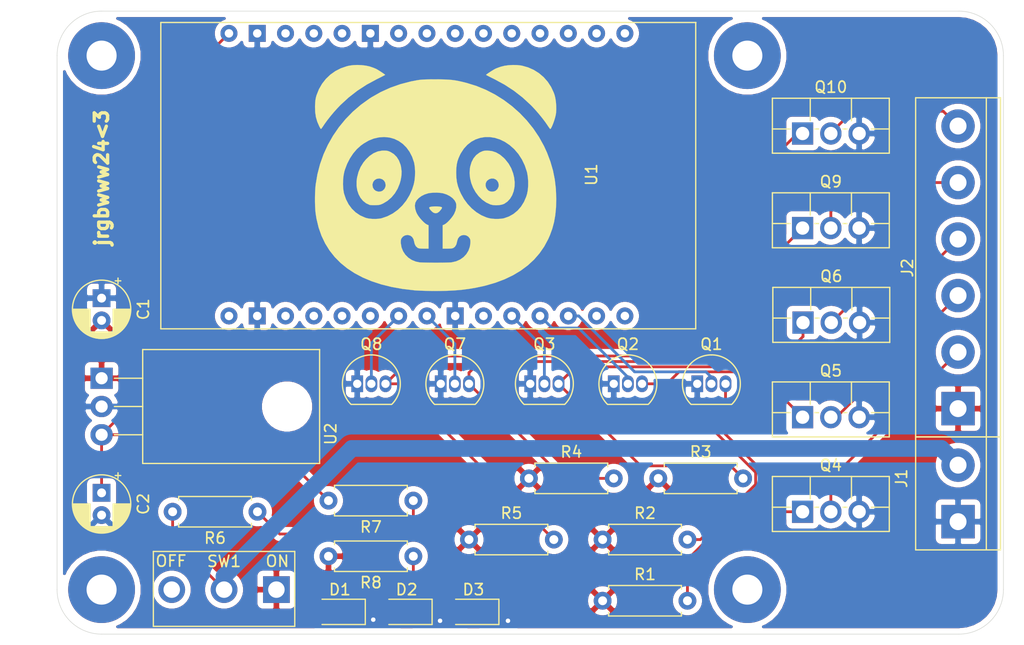
<source format=kicad_pcb>
(kicad_pcb (version 20171130) (host pcbnew 5.1.10-88a1d61d58~90~ubuntu20.04.1)
  (layers (0 F.Cu signal) (31 B.Cu signal) (34 B.Paste user) (35 F.Paste user) (36 B.SilkS user) (37 F.SilkS user) (38 B.Mask user) (39 F.Mask user) (44 Edge.Cuts user))
  (net 0 "")
  (net 1 +24V)
  (net 2 Earth)
  (net 3 +5V)
  (net 4 "Net-(D1-Pad2)")
  (net 5 "Net-(D2-Pad2)")
  (net 6 "Net-(D3-Pad2)")
  (net 7 /WW_GND)
  (net 8 /CW_GND)
  (net 9 /B_GND)
  (net 10 /G_GND)
  (net 11 /R_GND)
  (net 12 "Net-(Q1-Pad3)")
  (net 13 /R_SIGNAL)
  (net 14 "Net-(Q2-Pad3)")
  (net 15 /G_SIGNAL)
  (net 16 "Net-(Q3-Pad3)")
  (net 17 /B_SIGNAL)
  (net 18 "Net-(Q7-Pad3)")
  (net 19 /CW_SIGNAL)
  (net 20 "Net-(Q10-Pad1)")
  (net 21 /WW_SIGNAL)
  (net 22 "Net-(SW1-Pad3)")
  (net 23 "Net-(U1-Pad30)")
  (net 24 "Net-(U1-Pad27)")
  (net 25 "Net-(U1-Pad26)")
  (net 26 "Net-(U1-Pad25)")
  (net 27 "Net-(U1-Pad21)")
  (net 28 "Net-(U1-Pad17)")
  (net 29 "Net-(U1-Pad16)")
  (net 30 "Net-(U1-Pad13)")
  (net 31 "Net-(U1-Pad12)")
  (net 32 "Net-(U1-Pad11)")
  (net 33 "Net-(U1-Pad9)")
  (net 34 "Net-(U1-Pad8)")
  (net 35 "Net-(U1-Pad7)")
  (net 36 "Net-(U1-Pad6)")
  (net 37 "Net-(U1-Pad5)")
  (net 38 "Net-(U1-Pad4)")
  (net 39 "Net-(U1-Pad3)")
  (net 40 "Net-(U1-Pad2)")
  (net 41 "Net-(U1-Pad1)")
  (net 42 VDD)
  (module Package_TO_SOT_THT:TO-220F-3_Vertical (layer F.Cu) (at 156.96 105)
    (fp_text reference Q4 (at 2.54 -4.1675) (layer F.SilkS))
    (fp_text value IPA040N06N)
    (pad 3 thru_hole oval (at 5.08 0) (size 1.905 2) (drill 1.2) (layers *.Cu *.Mask) (net 2 Earth))
    (pad 2 thru_hole oval (at 2.54 0) (size 1.905 2) (drill 1.2) (layers *.Cu *.Mask) (net 11 /R_GND))
    (pad 1 thru_hole rect (at 0 0) (size 1.905 2) (drill 1.2) (layers *.Cu *.Mask) (net 12 "Net-(Q1-Pad3)"))
  )
  (module Package_TO_SOT_THT:TO-220F-3_Vertical (layer F.Cu) (at 156.96 71)
    (fp_text reference Q10 (at 2.54 -4.1675) (layer F.SilkS))
    (fp_text value IPA040N06N)
    (pad 3 thru_hole oval (at 5.08 0) (size 1.905 2) (drill 1.2) (layers *.Cu *.Mask) (net 2 Earth))
    (pad 2 thru_hole oval (at 2.54 0) (size 1.905 2) (drill 1.2) (layers *.Cu *.Mask) (net 7 /WW_GND))
    (pad 1 thru_hole rect (at 0 0) (size 1.905 2) (drill 1.2) (layers *.Cu *.Mask) (net 20 "Net-(Q10-Pad1)"))
  )
  (module Package_TO_SOT_THT:TO-220F-3_Vertical (layer F.Cu) (at 156.96 79.5)
    (fp_text reference Q9 (at 2.54 -4.1675) (layer F.SilkS))
    (fp_text value IPA040N06N)
    (pad 3 thru_hole oval (at 5.08 0) (size 1.905 2) (drill 1.2) (layers *.Cu *.Mask) (net 2 Earth))
    (pad 2 thru_hole oval (at 2.54 0) (size 1.905 2) (drill 1.2) (layers *.Cu *.Mask) (net 8 /CW_GND))
    (pad 1 thru_hole rect (at 0 0) (size 1.905 2) (drill 1.2) (layers *.Cu *.Mask) (net 18 "Net-(Q7-Pad3)"))
  )
  (module Package_TO_SOT_THT:TO-220F-3_Vertical (layer F.Cu) (at 157 88)
    (fp_text reference Q6 (at 2.54 -4.1675) (layer F.SilkS))
    (fp_text value IPA040N06N)
    (pad 3 thru_hole oval (at 5.08 0) (size 1.905 2) (drill 1.2) (layers *.Cu *.Mask) (net 2 Earth))
    (pad 2 thru_hole oval (at 2.54 0) (size 1.905 2) (drill 1.2) (layers *.Cu *.Mask) (net 9 /B_GND))
    (pad 1 thru_hole rect (at 0 0) (size 1.905 2) (drill 1.2) (layers *.Cu *.Mask) (net 16 "Net-(Q3-Pad3)"))
  )
  (module Package_TO_SOT_THT:TO-220F-3_Vertical (layer F.Cu) (at 156.96 96.5)
    (fp_text reference Q5 (at 2.54 -4.1675) (layer F.SilkS))
    (fp_text value IPA040N06N)
    (pad 3 thru_hole oval (at 5.08 0) (size 1.905 2) (drill 1.2) (layers *.Cu *.Mask) (net 2 Earth))
    (pad 2 thru_hole oval (at 2.54 0) (size 1.905 2) (drill 1.2) (layers *.Cu *.Mask) (net 10 /G_GND))
    (pad 1 thru_hole rect (at 0 0) (size 1.905 2) (drill 1.2) (layers *.Cu *.Mask) (net 14 "Net-(Q2-Pad3)"))
  )
  (module MountingHole:MountingHole_3mm_Pad (layer F.Cu) (at 152 64)
    (fp_text reference REF** hide)
    (fp_text value MountingHole_3mm_Pad)
    (pad 1 thru_hole circle (at 0 0) (size 6 6) (drill 2.7) (layers *.Cu *.Mask))
  )
  (module MountingHole:MountingHole_3mm_Pad (layer F.Cu) (at 152 112)
    (fp_text reference REF** hide)
    (fp_text value MountingHole_3mm_Pad)
    (pad 1 thru_hole circle (at 0 0) (size 6 6) (drill 2.7) (layers *.Cu *.Mask))
  )
  (module MountingHole:MountingHole_3mm_Pad (layer F.Cu) (at 94 112)
    (fp_text reference REF** hide)
    (fp_text value MountingHole_3mm_Pad)
    (pad 1 thru_hole circle (at 0 0) (size 6 6) (drill 2.7) (layers *.Cu *.Mask))
  )
  (module MountingHole:MountingHole_3mm_Pad (layer F.Cu) (at 94 64)
    (fp_text reference REF** hide)
    (fp_text value MountingHole_3mm_Pad)
    (pad 1 thru_hole circle (at 0 0) (size 6 6) (drill 2.7) (layers *.Cu *.Mask))
  )
  (module "jrgbwww24:1P2T SPDT" (layer F.Cu) (at 105 112 180)
    (fp_text reference SW1 (at 0 2.54) (layer F.SilkS))
    (fp_text value SW_SPDT)
    (fp_text user OFF (at 4.7625 2.5654) (layer F.SilkS))
    (fp_text user ON (at -4.7879 2.5527) (layer F.SilkS))
    (pad 3 thru_hole circle (at 4.7 0 180) (size 2.4 2.4) (drill 1.48) (layers *.Cu *.Mask) (net 22 "Net-(SW1-Pad3)"))
    (pad 2 thru_hole circle (at 0 0 180) (size 2.4 2.4) (drill 1.48) (layers *.Cu *.Mask) (net 42 VDD))
    (pad 1 thru_hole rect (at -4.7 0 180) (size 2.4 2.4) (drill 1.48) (layers *.Cu *.Mask) (net 1 +24V))
  )
  (module "jrgbwww24:KeeYees ESP8266 ESP-12E" (layer F.Cu) (at 141 62 270)
    (fp_text reference U1 (at 12.7 3 90) (layer F.SilkS))
    (fp_text value esp8266)
    (pad 30 thru_hole circle (at 25.4 35.56 270) (size 1.524 1.524) (drill 0.762) (layers *.Cu *.Mask) (net 23 "Net-(U1-Pad30)"))
    (pad 29 thru_hole rect (at 25.4 33.02 270) (size 1.524 1.524) (drill 0.762) (layers *.Cu *.Mask) (net 2 Earth))
    (pad 28 thru_hole circle (at 25.4 30.48 270) (size 1.524 1.524) (drill 0.762) (layers *.Cu *.Mask))
    (pad 27 thru_hole circle (at 25.4 27.94 270) (size 1.524 1.524) (drill 0.762) (layers *.Cu *.Mask) (net 24 "Net-(U1-Pad27)"))
    (pad 26 thru_hole circle (at 25.4 25.4 270) (size 1.524 1.524) (drill 0.762) (layers *.Cu *.Mask) (net 25 "Net-(U1-Pad26)"))
    (pad 25 thru_hole circle (at 25.4 22.86 270) (size 1.524 1.524) (drill 0.762) (layers *.Cu *.Mask) (net 26 "Net-(U1-Pad25)"))
    (pad 24 thru_hole circle (at 25.4 20.32 270) (size 1.524 1.524) (drill 0.762) (layers *.Cu *.Mask) (net 21 /WW_SIGNAL))
    (pad 23 thru_hole circle (at 25.4 17.78 270) (size 1.524 1.524) (drill 0.762) (layers *.Cu *.Mask) (net 19 /CW_SIGNAL))
    (pad 22 thru_hole rect (at 25.4 15.24 270) (size 1.524 1.524) (drill 0.762) (layers *.Cu *.Mask) (net 2 Earth))
    (pad 21 thru_hole circle (at 25.4 12.7 270) (size 1.524 1.524) (drill 0.762) (layers *.Cu *.Mask) (net 27 "Net-(U1-Pad21)"))
    (pad 20 thru_hole circle (at 25.4 10.16 270) (size 1.524 1.524) (drill 0.762) (layers *.Cu *.Mask) (net 17 /B_SIGNAL))
    (pad 19 thru_hole circle (at 25.4 7.62 270) (size 1.524 1.524) (drill 0.762) (layers *.Cu *.Mask) (net 15 /G_SIGNAL))
    (pad 18 thru_hole circle (at 25.4 5.08 270) (size 1.524 1.524) (drill 0.762) (layers *.Cu *.Mask) (net 13 /R_SIGNAL))
    (pad 17 thru_hole circle (at 25.4 2.54 270) (size 1.524 1.524) (drill 0.762) (layers *.Cu *.Mask) (net 28 "Net-(U1-Pad17)"))
    (pad 16 thru_hole circle (at 25.4 0 270) (size 1.524 1.524) (drill 0.762) (layers *.Cu *.Mask) (net 29 "Net-(U1-Pad16)"))
    (pad 15 thru_hole circle (at 0 35.56 270) (size 1.524 1.524) (drill 0.762) (layers *.Cu *.Mask) (net 3 +5V))
    (pad 14 thru_hole rect (at 0 33.02 270) (size 1.524 1.524) (drill 0.762) (layers *.Cu *.Mask) (net 2 Earth))
    (pad 13 thru_hole circle (at 0 30.48 270) (size 1.524 1.524) (drill 0.762) (layers *.Cu *.Mask) (net 30 "Net-(U1-Pad13)"))
    (pad 12 thru_hole circle (at 0 27.94 270) (size 1.524 1.524) (drill 0.762) (layers *.Cu *.Mask) (net 31 "Net-(U1-Pad12)"))
    (pad 11 thru_hole circle (at 0 25.4 270) (size 1.524 1.524) (drill 0.762) (layers *.Cu *.Mask) (net 32 "Net-(U1-Pad11)"))
    (pad 10 thru_hole rect (at 0 22.86 270) (size 1.524 1.524) (drill 0.762) (layers *.Cu *.Mask) (net 2 Earth))
    (pad 9 thru_hole circle (at 0 20.32 270) (size 1.524 1.524) (drill 0.762) (layers *.Cu *.Mask) (net 33 "Net-(U1-Pad9)"))
    (pad 8 thru_hole circle (at 0 17.78 270) (size 1.524 1.524) (drill 0.762) (layers *.Cu *.Mask) (net 34 "Net-(U1-Pad8)"))
    (pad 7 thru_hole circle (at 0 15.24 270) (size 1.524 1.524) (drill 0.762) (layers *.Cu *.Mask) (net 35 "Net-(U1-Pad7)"))
    (pad 6 thru_hole circle (at 0 12.7 270) (size 1.524 1.524) (drill 0.762) (layers *.Cu *.Mask) (net 36 "Net-(U1-Pad6)"))
    (pad 5 thru_hole circle (at 0 10.16 270) (size 1.524 1.524) (drill 0.762) (layers *.Cu *.Mask) (net 37 "Net-(U1-Pad5)"))
    (pad 4 thru_hole circle (at 0 7.62 270) (size 1.524 1.524) (drill 0.762) (layers *.Cu *.Mask) (net 38 "Net-(U1-Pad4)"))
    (pad 3 thru_hole circle (at 0 5.08 270) (size 1.524 1.524) (drill 0.762) (layers *.Cu *.Mask) (net 39 "Net-(U1-Pad3)"))
    (pad 2 thru_hole circle (at 0 2.54 270) (size 1.524 1.524) (drill 0.762) (layers *.Cu *.Mask) (net 40 "Net-(U1-Pad2)"))
    (pad 1 thru_hole circle (at 0 0 270) (size 1.524 1.524) (drill 0.762) (layers *.Cu *.Mask) (net 41 "Net-(U1-Pad1)"))
  )
  (module jrgbwww24:panda (layer F.Cu) (at 124 75)
    (fp_text reference G*** hide)
    (fp_text value LOGO hide)
  )
  (module Package_TO_SOT_THT:TO-220-3_Horizontal_TabDown (layer F.Cu) (at 94 93 270)
    (fp_text reference U2 (at 5 -20.58 90) (layer F.SilkS))
    (fp_text value L7805)
    (pad 3 thru_hole oval (at 5.08 0 270) (size 1.905 2) (drill 1.1) (layers *.Cu *.Mask) (net 3 +5V))
    (pad 2 thru_hole oval (at 2.54 0 270) (size 1.905 2) (drill 1.1) (layers *.Cu *.Mask) (net 2 Earth))
    (pad 1 thru_hole rect (at 0 0 270) (size 1.905 2) (drill 1.1) (layers *.Cu *.Mask) (net 1 +24V))
    (pad "" np_thru_hole oval (at 2.54 -16.66 270) (size 3.5 3.5) (drill 3.5) (layers *.Cu *.Mask))
  )
  (module Resistor_THT:R_Axial_DIN0207_L6.3mm_D2.5mm_P7.62mm_Horizontal (layer F.Cu) (at 122 109 180)
    (fp_text reference R8 (at 3.81 -2.37) (layer F.SilkS))
    (fp_text value 1.05K)
    (pad 2 thru_hole oval (at 7.62 0 180) (size 1.6 1.6) (drill 0.8) (layers *.Cu *.Mask) (net 1 +24V))
    (pad 1 thru_hole circle (at 0 0 180) (size 1.6 1.6) (drill 0.8) (layers *.Cu *.Mask) (net 6 "Net-(D3-Pad2)"))
  )
  (module Resistor_THT:R_Axial_DIN0207_L6.3mm_D2.5mm_P7.62mm_Horizontal (layer F.Cu) (at 122 104 180)
    (fp_text reference R7 (at 3.81 -2.37) (layer F.SilkS))
    (fp_text value 125)
    (pad 2 thru_hole oval (at 7.62 0 180) (size 1.6 1.6) (drill 0.8) (layers *.Cu *.Mask) (net 3 +5V))
    (pad 1 thru_hole circle (at 0 0 180) (size 1.6 1.6) (drill 0.8) (layers *.Cu *.Mask) (net 5 "Net-(D2-Pad2)"))
  )
  (module Resistor_THT:R_Axial_DIN0207_L6.3mm_D2.5mm_P7.62mm_Horizontal (layer F.Cu) (at 108 105 180)
    (fp_text reference R6 (at 3.81 -2.37) (layer F.SilkS))
    (fp_text value 1.1K)
    (pad 2 thru_hole oval (at 7.62 0 180) (size 1.6 1.6) (drill 0.8) (layers *.Cu *.Mask) (net 42 VDD))
    (pad 1 thru_hole circle (at 0 0 180) (size 1.6 1.6) (drill 0.8) (layers *.Cu *.Mask) (net 4 "Net-(D1-Pad2)"))
  )
  (module Resistor_THT:R_Axial_DIN0207_L6.3mm_D2.5mm_P7.62mm_Horizontal (layer F.Cu) (at 127 107.5)
    (fp_text reference R5 (at 3.81 -2.37) (layer F.SilkS))
    (fp_text value 10K)
    (pad 2 thru_hole oval (at 7.62 0) (size 1.6 1.6) (drill 0.8) (layers *.Cu *.Mask) (net 20 "Net-(Q10-Pad1)"))
    (pad 1 thru_hole circle (at 0 0) (size 1.6 1.6) (drill 0.8) (layers *.Cu *.Mask) (net 1 +24V))
  )
  (module Resistor_THT:R_Axial_DIN0207_L6.3mm_D2.5mm_P7.62mm_Horizontal (layer F.Cu) (at 132.38 102)
    (fp_text reference R4 (at 3.81 -2.37) (layer F.SilkS))
    (fp_text value 10K)
    (pad 2 thru_hole oval (at 7.62 0) (size 1.6 1.6) (drill 0.8) (layers *.Cu *.Mask) (net 18 "Net-(Q7-Pad3)"))
    (pad 1 thru_hole circle (at 0 0) (size 1.6 1.6) (drill 0.8) (layers *.Cu *.Mask) (net 1 +24V))
  )
  (module Resistor_THT:R_Axial_DIN0207_L6.3mm_D2.5mm_P7.62mm_Horizontal (layer F.Cu) (at 144 102)
    (fp_text reference R3 (at 3.81 -2.37) (layer F.SilkS))
    (fp_text value 10K)
    (pad 2 thru_hole oval (at 7.62 0) (size 1.6 1.6) (drill 0.8) (layers *.Cu *.Mask) (net 16 "Net-(Q3-Pad3)"))
    (pad 1 thru_hole circle (at 0 0) (size 1.6 1.6) (drill 0.8) (layers *.Cu *.Mask) (net 1 +24V))
  )
  (module Resistor_THT:R_Axial_DIN0207_L6.3mm_D2.5mm_P7.62mm_Horizontal (layer F.Cu) (at 139 107.5)
    (fp_text reference R2 (at 3.81 -2.37) (layer F.SilkS))
    (fp_text value 10K)
    (pad 2 thru_hole oval (at 7.62 0) (size 1.6 1.6) (drill 0.8) (layers *.Cu *.Mask) (net 14 "Net-(Q2-Pad3)"))
    (pad 1 thru_hole circle (at 0 0) (size 1.6 1.6) (drill 0.8) (layers *.Cu *.Mask) (net 1 +24V))
  )
  (module Resistor_THT:R_Axial_DIN0207_L6.3mm_D2.5mm_P7.62mm_Horizontal (layer F.Cu) (at 139 113)
    (fp_text reference R1 (at 3.81 -2.37) (layer F.SilkS))
    (fp_text value 10K)
    (pad 2 thru_hole oval (at 7.62 0) (size 1.6 1.6) (drill 0.8) (layers *.Cu *.Mask) (net 12 "Net-(Q1-Pad3)"))
    (pad 1 thru_hole circle (at 0 0) (size 1.6 1.6) (drill 0.8) (layers *.Cu *.Mask) (net 1 +24V))
  )
  (module Package_TO_SOT_THT:TO-92_Inline (layer F.Cu) (at 116.96 93.5)
    (fp_text reference Q8 (at 1.27 -3.56) (layer F.SilkS))
    (fp_text value 2N3904)
    (pad 1 thru_hole rect (at 0 0) (size 1.05 1.5) (drill 0.75) (layers *.Cu *.Mask) (net 2 Earth))
    (pad 3 thru_hole oval (at 2.54 0) (size 1.05 1.5) (drill 0.75) (layers *.Cu *.Mask) (net 20 "Net-(Q10-Pad1)"))
    (pad 2 thru_hole oval (at 1.27 0) (size 1.05 1.5) (drill 0.75) (layers *.Cu *.Mask) (net 21 /WW_SIGNAL))
  )
  (module Package_TO_SOT_THT:TO-92_Inline (layer F.Cu) (at 124.46 93.5)
    (fp_text reference Q7 (at 1.27 -3.56) (layer F.SilkS))
    (fp_text value 2N3904)
    (pad 1 thru_hole rect (at 0 0) (size 1.05 1.5) (drill 0.75) (layers *.Cu *.Mask) (net 2 Earth))
    (pad 3 thru_hole oval (at 2.54 0) (size 1.05 1.5) (drill 0.75) (layers *.Cu *.Mask) (net 18 "Net-(Q7-Pad3)"))
    (pad 2 thru_hole oval (at 1.27 0) (size 1.05 1.5) (drill 0.75) (layers *.Cu *.Mask) (net 19 /CW_SIGNAL))
  )
  (module Package_TO_SOT_THT:TO-92_Inline (layer F.Cu) (at 132.5 93.5)
    (fp_text reference Q3 (at 1.27 -3.56) (layer F.SilkS))
    (fp_text value 2N3904)
    (pad 1 thru_hole rect (at 0 0) (size 1.05 1.5) (drill 0.75) (layers *.Cu *.Mask) (net 2 Earth))
    (pad 3 thru_hole oval (at 2.54 0) (size 1.05 1.5) (drill 0.75) (layers *.Cu *.Mask) (net 16 "Net-(Q3-Pad3)"))
    (pad 2 thru_hole oval (at 1.27 0) (size 1.05 1.5) (drill 0.75) (layers *.Cu *.Mask) (net 17 /B_SIGNAL))
  )
  (module Package_TO_SOT_THT:TO-92_Inline (layer F.Cu) (at 140 93.5)
    (fp_text reference Q2 (at 1.27 -3.56) (layer F.SilkS))
    (fp_text value 2N3904)
    (pad 1 thru_hole rect (at 0 0) (size 1.05 1.5) (drill 0.75) (layers *.Cu *.Mask) (net 2 Earth))
    (pad 3 thru_hole oval (at 2.54 0) (size 1.05 1.5) (drill 0.75) (layers *.Cu *.Mask) (net 14 "Net-(Q2-Pad3)"))
    (pad 2 thru_hole oval (at 1.27 0) (size 1.05 1.5) (drill 0.75) (layers *.Cu *.Mask) (net 15 /G_SIGNAL))
  )
  (module Package_TO_SOT_THT:TO-92_Inline (layer F.Cu) (at 147.5 93.5)
    (fp_text reference Q1 (at 1.27 -3.56) (layer F.SilkS))
    (fp_text value 2N3904)
    (pad 1 thru_hole rect (at 0 0) (size 1.05 1.5) (drill 0.75) (layers *.Cu *.Mask) (net 2 Earth))
    (pad 3 thru_hole oval (at 2.54 0) (size 1.05 1.5) (drill 0.75) (layers *.Cu *.Mask) (net 12 "Net-(Q1-Pad3)"))
    (pad 2 thru_hole oval (at 1.27 0) (size 1.05 1.5) (drill 0.75) (layers *.Cu *.Mask) (net 13 /R_SIGNAL))
  )
  (module TerminalBlock:TerminalBlock_bornier-6_P5.08mm (layer F.Cu) (at 170.9253 95.7306 90)
    (fp_text reference J2 (at 12.65 -4.55 90) (layer F.SilkS))
    (fp_text value Screw_Terminal_01x06)
    (pad 6 thru_hole circle (at 25.4 0 90) (size 3 3) (drill 1.52) (layers *.Cu *.Mask) (net 7 /WW_GND))
    (pad 5 thru_hole circle (at 20.32 0 90) (size 3 3) (drill 1.52) (layers *.Cu *.Mask) (net 8 /CW_GND))
    (pad 4 thru_hole circle (at 15.24 0 90) (size 3 3) (drill 1.52) (layers *.Cu *.Mask) (net 9 /B_GND))
    (pad 1 thru_hole rect (at 0 0 90) (size 3 3) (drill 1.52) (layers *.Cu *.Mask) (net 1 +24V))
    (pad 3 thru_hole circle (at 10.16 0 90) (size 3 3) (drill 1.52) (layers *.Cu *.Mask) (net 10 /G_GND))
    (pad 2 thru_hole circle (at 5.08 0 90) (size 3 3) (drill 1.52) (layers *.Cu *.Mask) (net 11 /R_GND))
  )
  (module TerminalBlock:TerminalBlock_bornier-2_P5.08mm (layer F.Cu) (at 170.9253 105.8906 90)
    (fp_text reference J1 (at 3.8906 -5.08 90) (layer F.SilkS))
    (fp_text value Srew_terminal)
    (pad 2 thru_hole circle (at 5.08 0 90) (size 3 3) (drill 1.52) (layers *.Cu *.Mask) (net 42 VDD))
    (pad 1 thru_hole rect (at 0 0 90) (size 3 3) (drill 1.52) (layers *.Cu *.Mask) (net 2 Earth))
  )
  (module LED_SMD:LED_1206_3216Metric (layer F.Cu) (at 127.4 114 180)
    (fp_text reference D3 (at 0 2) (layer F.SilkS))
    (fp_text value "BLUE - 24V")
    (pad 2 smd roundrect (at 1.4 0 180) (size 1.25 1.75) (layers F.Cu F.Paste F.Mask) (roundrect_rratio 0.2) (net 6 "Net-(D3-Pad2)"))
    (pad 1 smd roundrect (at -1.4 0 180) (size 1.25 1.75) (layers F.Cu F.Paste F.Mask) (roundrect_rratio 0.2) (net 2 Earth))
  )
  (module LED_SMD:LED_1206_3216Metric (layer F.Cu) (at 121.4 114 180)
    (fp_text reference D2 (at 0 2) (layer F.SilkS))
    (fp_text value "YELLOW - 5V")
    (pad 2 smd roundrect (at 1.4 0 180) (size 1.25 1.75) (layers F.Cu F.Paste F.Mask) (roundrect_rratio 0.2) (net 5 "Net-(D2-Pad2)"))
    (pad 1 smd roundrect (at -1.4 0 180) (size 1.25 1.75) (layers F.Cu F.Paste F.Mask) (roundrect_rratio 0.2) (net 2 Earth))
  )
  (module LED_SMD:LED_1206_3216Metric (layer F.Cu) (at 115.4 114 180)
    (fp_text reference D1 (at 0 2) (layer F.SilkS))
    (fp_text value "RED - ALWAY ON")
    (pad 2 smd roundrect (at 1.4 0 180) (size 1.25 1.75) (layers F.Cu F.Paste F.Mask) (roundrect_rratio 0.2) (net 4 "Net-(D1-Pad2)"))
    (pad 1 smd roundrect (at -1.4 0 180) (size 1.25 1.75) (layers F.Cu F.Paste F.Mask) (roundrect_rratio 0.2) (net 2 Earth))
  )
  (module Capacitor_THT:CP_Radial_D5.0mm_P2.00mm (layer F.Cu) (at 94 103.3 270)
    (fp_text reference C2 (at 1 -3.75 90) (layer F.SilkS))
    (fp_text value 0.1u)
    (pad 2 thru_hole circle (at 2 0 270) (size 1.6 1.6) (drill 0.8) (layers *.Cu *.Mask) (net 2 Earth))
    (pad 1 thru_hole rect (at 0 0 270) (size 1.6 1.6) (drill 0.8) (layers *.Cu *.Mask) (net 3 +5V))
  )
  (module Capacitor_THT:CP_Radial_D5.0mm_P2.00mm (layer F.Cu) (at 94 85.8 270)
    (fp_text reference C1 (at 1 -3.75 90) (layer F.SilkS))
    (fp_text value 0.33u)
    (pad 2 thru_hole circle (at 2 0 270) (size 1.6 1.6) (drill 0.8) (layers *.Cu *.Mask) (net 1 +24V))
    (pad 1 thru_hole rect (at 0 0 270) (size 1.6 1.6) (drill 0.8) (layers *.Cu *.Mask) (net 2 Earth))
  )
  (gr_line (start 94 116) (end 171 116) (layer Edge.Cuts) (width 0.05))
  (gr_line (start 90 64) (end 90 112) (layer Edge.Cuts) (width 0.05))
  (gr_line (start 171 60) (end 94 60) (layer Edge.Cuts) (width 0.05))
  (gr_line (start 175 64) (end 175 112) (layer Edge.Cuts) (width 0.05))
  (gr_arc (start 171 112) (end 171 116) (angle -90) (layer Edge.Cuts) (width 0.05))
  (gr_arc (start 94 112) (end 90 112) (angle -90) (layer Edge.Cuts) (width 0.05))
  (gr_arc (start 94 64) (end 94 60) (angle -90) (layer Edge.Cuts) (width 0.05))
  (gr_arc (start 171 64) (end 175 64) (angle -90) (layer Edge.Cuts) (width 0.05))
  (gr_text jrgbwww24<3 (at 94 75 90) (layer F.SilkS) (effects (font (size 1.2 1.2) (thickness 0.3))))
  (via (at 118.4 114.7) (size 0.8) (drill 0.4) (layers F.Cu B.Cu) (net 2))
  (via (at 124.4 114.8) (size 0.8) (drill 0.4) (layers F.Cu B.Cu) (net 2))
  (segment (start 117.7 114) (end 118.4 114.7) (width 0.25) (layer F.Cu) (net 2))
  (segment (start 116.8 114) (end 117.7 114) (width 0.25) (layer F.Cu) (net 2))
  (segment (start 123.6 114) (end 124.4 114.8) (width 0.25) (layer F.Cu) (net 2))
  (segment (start 122.8 114) (end 123.6 114) (width 0.25) (layer F.Cu) (net 2))
  (segment (start 129.9 114) (end 128.8 114) (width 0.25) (layer F.Cu) (net 2))
  (segment (start 130.5 114.8) (end 129.9 114) (width 0.25) (layer F.Cu) (net 2))
  (via (at 130.5 114.8) (size 0.8) (drill 0.4) (layers F.Cu B.Cu) (net 2))
  (segment (start 94 98.08) (end 94 103.3) (width 0.25) (layer F.Cu) (net 3))
  (segment (start 103.149753 64.290247) (end 105.44 62) (width 0.25) (layer F.Cu) (net 3))
  (segment (start 103.149753 88.930247) (end 103.149753 64.290247) (width 0.25) (layer F.Cu) (net 3))
  (segment (start 94 98.08) (end 103.149753 88.930247) (width 0.25) (layer F.Cu) (net 3))
  (segment (start 108.46 98.08) (end 114.38 104) (width 0.25) (layer F.Cu) (net 3))
  (segment (start 94 98.08) (end 108.46 98.08) (width 0.25) (layer F.Cu) (net 3))
  (segment (start 100.38 105) (end 100.38 107.38) (width 0.25) (layer F.Cu) (net 42))
  (segment (start 100.38 107.38) (end 105 112) (width 0.25) (layer F.Cu) (net 42))
  (segment (start 108 105) (end 110 107) (width 0.25) (layer F.Cu) (net 4))
  (segment (start 110 107) (end 111 107) (width 0.25) (layer F.Cu) (net 4))
  (segment (start 111 107) (end 112 108) (width 0.25) (layer F.Cu) (net 4))
  (segment (start 112 112) (end 114 114) (width 0.25) (layer F.Cu) (net 4))
  (segment (start 112 108) (end 112 112) (width 0.25) (layer F.Cu) (net 4))
  (segment (start 122 104) (end 122 105.9) (width 0.25) (layer F.Cu) (net 5))
  (segment (start 122 105.9) (end 121 106.9) (width 0.25) (layer F.Cu) (net 5))
  (segment (start 121 106.9) (end 114 106.9) (width 0.25) (layer F.Cu) (net 5))
  (segment (start 114 106.9) (end 112.7 108.2) (width 0.25) (layer F.Cu) (net 5))
  (segment (start 112.7 108.2) (end 112.7 111.5) (width 0.25) (layer F.Cu) (net 5))
  (segment (start 112.7 111.5) (end 113.6 112.4) (width 0.25) (layer F.Cu) (net 5))
  (segment (start 118.4 112.4) (end 120 114) (width 0.25) (layer F.Cu) (net 5))
  (segment (start 113.6 112.4) (end 118.4 112.4) (width 0.25) (layer F.Cu) (net 5))
  (segment (start 122 109) (end 122 111) (width 0.25) (layer F.Cu) (net 6))
  (segment (start 122 111) (end 124 113) (width 0.25) (layer F.Cu) (net 6))
  (segment (start 125 113) (end 126 114) (width 0.25) (layer F.Cu) (net 6))
  (segment (start 124 113) (end 125 113) (width 0.25) (layer F.Cu) (net 6))
  (segment (start 159.5 70.9525) (end 161.4525 69) (width 0.25) (layer F.Cu) (net 7))
  (segment (start 159.5 71) (end 159.5 70.9525) (width 0.25) (layer F.Cu) (net 7))
  (segment (start 169.5947 69) (end 170.9253 70.3306) (width 0.25) (layer F.Cu) (net 7))
  (segment (start 161.4525 69) (end 169.5947 69) (width 0.25) (layer F.Cu) (net 7))
  (segment (start 159.5 79.5) (end 159.5 78) (width 0.25) (layer F.Cu) (net 8))
  (segment (start 162.0894 75.4106) (end 170.9253 75.4106) (width 0.25) (layer F.Cu) (net 8))
  (segment (start 159.5 78) (end 162.0894 75.4106) (width 0.25) (layer F.Cu) (net 8))
  (segment (start 159.54 88) (end 162.54 85) (width 0.25) (layer F.Cu) (net 9))
  (segment (start 166.4159 85) (end 170.9253 80.4906) (width 0.25) (layer F.Cu) (net 9))
  (segment (start 162.54 85) (end 166.4159 85) (width 0.25) (layer F.Cu) (net 9))
  (segment (start 159.9959 96.5) (end 170.9253 85.5706) (width 0.25) (layer F.Cu) (net 10))
  (segment (start 159.5 96.5) (end 159.9959 96.5) (width 0.25) (layer F.Cu) (net 10))
  (segment (start 159.5 102.0759) (end 170.9253 90.6506) (width 0.25) (layer F.Cu) (net 11))
  (segment (start 159.5 105) (end 159.5 102.0759) (width 0.25) (layer F.Cu) (net 11))
  (segment (start 146.62 113) (end 146.62 109.301412) (width 0.25) (layer F.Cu) (net 12))
  (segment (start 146.62 109.301412) (end 153.195011 102.726401) (width 0.25) (layer F.Cu) (net 12))
  (segment (start 150.04 98.04) (end 150.04 93.5) (width 0.25) (layer F.Cu) (net 12))
  (segment (start 153.195011 101.195011) (end 150.04 98.04) (width 0.25) (layer F.Cu) (net 12))
  (segment (start 153.195011 102.726401) (end 153.195011 101.195011) (width 0.25) (layer F.Cu) (net 12))
  (segment (start 156.96 105) (end 156.5 105) (width 0.25) (layer F.Cu) (net 12))
  (segment (start 155.46861 105) (end 153.195011 102.726401) (width 0.25) (layer F.Cu) (net 12))
  (segment (start 156.96 105) (end 155.46861 105) (width 0.25) (layer F.Cu) (net 12))
  (segment (start 148.77 92.909998) (end 148.77 93.5) (width 0.25) (layer B.Cu) (net 13))
  (segment (start 148.285001 92.424999) (end 148.77 92.909998) (width 0.25) (layer B.Cu) (net 13))
  (segment (start 141.876237 92.424999) (end 148.285001 92.424999) (width 0.25) (layer B.Cu) (net 13))
  (segment (start 136.851238 87.4) (end 141.876237 92.424999) (width 0.25) (layer B.Cu) (net 13))
  (segment (start 135.92 87.4) (end 136.851238 87.4) (width 0.25) (layer B.Cu) (net 13))
  (segment (start 144.785002 93.5) (end 142.54 93.5) (width 0.25) (layer F.Cu) (net 14))
  (segment (start 147.785002 107.5) (end 152.745001 102.540001) (width 0.25) (layer F.Cu) (net 14))
  (segment (start 152.745001 102.540001) (end 152.745001 101.459999) (width 0.25) (layer F.Cu) (net 14))
  (segment (start 146.62 107.5) (end 147.785002 107.5) (width 0.25) (layer F.Cu) (net 14))
  (segment (start 152.745001 101.459999) (end 144.785002 93.5) (width 0.25) (layer F.Cu) (net 14))
  (segment (start 145.860003 92.424999) (end 144.785002 93.5) (width 0.25) (layer F.Cu) (net 14))
  (segment (start 152.884999 92.424999) (end 145.860003 92.424999) (width 0.25) (layer F.Cu) (net 14))
  (segment (start 156.96 96.5) (end 152.884999 92.424999) (width 0.25) (layer F.Cu) (net 14))
  (segment (start 141.27 92.909998) (end 141.27 93.5) (width 0.25) (layer B.Cu) (net 15))
  (segment (start 136.847003 88.487001) (end 141.27 92.909998) (width 0.25) (layer B.Cu) (net 15))
  (segment (start 134.467001 88.487001) (end 136.847003 88.487001) (width 0.25) (layer B.Cu) (net 15))
  (segment (start 133.38 87.4) (end 134.467001 88.487001) (width 0.25) (layer B.Cu) (net 15))
  (segment (start 142.414999 100.874999) (end 135.04 93.5) (width 0.25) (layer F.Cu) (net 16))
  (segment (start 150.494999 100.874999) (end 142.414999 100.874999) (width 0.25) (layer F.Cu) (net 16))
  (segment (start 151.62 102) (end 150.494999 100.874999) (width 0.25) (layer F.Cu) (net 16))
  (segment (start 157 89.25) (end 154.275011 91.974989) (width 0.25) (layer F.Cu) (net 16))
  (segment (start 157 88) (end 157 89.25) (width 0.25) (layer F.Cu) (net 16))
  (segment (start 136.565011 91.974989) (end 135.04 93.5) (width 0.25) (layer F.Cu) (net 16))
  (segment (start 154.275011 91.974989) (end 136.565011 91.974989) (width 0.25) (layer F.Cu) (net 16))
  (segment (start 133.77 90.33) (end 133.77 93.5) (width 0.25) (layer B.Cu) (net 17))
  (segment (start 130.84 87.4) (end 133.77 90.33) (width 0.25) (layer B.Cu) (net 17))
  (segment (start 135.5 102) (end 140 102) (width 0.25) (layer F.Cu) (net 18))
  (segment (start 127 93.5) (end 135.5 102) (width 0.25) (layer F.Cu) (net 18))
  (segment (start 127 92.5) (end 128 91.5) (width 0.25) (layer F.Cu) (net 18))
  (segment (start 127 93.5) (end 127 92.5) (width 0.25) (layer F.Cu) (net 18))
  (segment (start 128 91.5) (end 146.5 91.5) (width 0.25) (layer F.Cu) (net 18))
  (segment (start 146.5 91.5) (end 152.5 85.5) (width 0.25) (layer F.Cu) (net 18))
  (segment (start 152.5 83.96) (end 156.96 79.5) (width 0.25) (layer F.Cu) (net 18))
  (segment (start 152.5 85.5) (end 152.5 83.96) (width 0.25) (layer F.Cu) (net 18))
  (segment (start 125.73 89.91) (end 125.73 93.5) (width 0.25) (layer B.Cu) (net 19))
  (segment (start 123.22 87.4) (end 125.73 89.91) (width 0.25) (layer B.Cu) (net 19))
  (segment (start 120.62 93.5) (end 134.62 107.5) (width 0.25) (layer F.Cu) (net 20))
  (segment (start 119.5 93.5) (end 120.62 93.5) (width 0.25) (layer F.Cu) (net 20))
  (segment (start 119.5 93.5) (end 122 91) (width 0.25) (layer F.Cu) (net 20))
  (segment (start 122 91) (end 146.36359 91) (width 0.25) (layer F.Cu) (net 20))
  (segment (start 146.36359 91) (end 152 85.36359) (width 0.25) (layer F.Cu) (net 20))
  (segment (start 152 85.36359) (end 152 75.5) (width 0.25) (layer F.Cu) (net 20))
  (segment (start 156.5 71) (end 156.96 71) (width 0.25) (layer F.Cu) (net 20))
  (segment (start 152 75.5) (end 156.5 71) (width 0.25) (layer F.Cu) (net 20))
  (segment (start 118.23 89.85) (end 118.23 93.5) (width 0.25) (layer B.Cu) (net 21))
  (segment (start 120.68 87.4) (end 118.23 89.85) (width 0.25) (layer B.Cu) (net 21))
  (segment (start 105 110.789998) (end 105 112) (width 1.5) (layer B.Cu) (net 42))
  (segment (start 116.479397 99.310601) (end 105 110.789998) (width 1.5) (layer B.Cu) (net 42))
  (segment (start 169.425301 99.310601) (end 116.479397 99.310601) (width 1.5) (layer B.Cu) (net 42))
  (segment (start 170.9253 100.8106) (end 169.425301 99.310601) (width 1.5) (layer B.Cu) (net 42))
  (zone (net 2) (net_name Earth) (layer B.Cu) (connect_pads (clearance 0.508)) (min_thickness 0.254) (fill yes (arc_segments 32) (thermal_gap 0.508) (thermal_bridge_width 0.508))
    (polygon (pts (xy 176 117) (xy 89 117) (xy 89 59) (xy 176 59)))
  )
  (zone (net 1) (net_name +24V) (layer F.Cu) (connect_pads (clearance 0.508)) (min_thickness 0.254) (fill yes (arc_segments 32) (thermal_gap 0.508) (thermal_bridge_width 0.508))
    (polygon (pts (xy 176 117) (xy 89 117) (xy 89 59) (xy 176 59)))
  )
)
</source>
